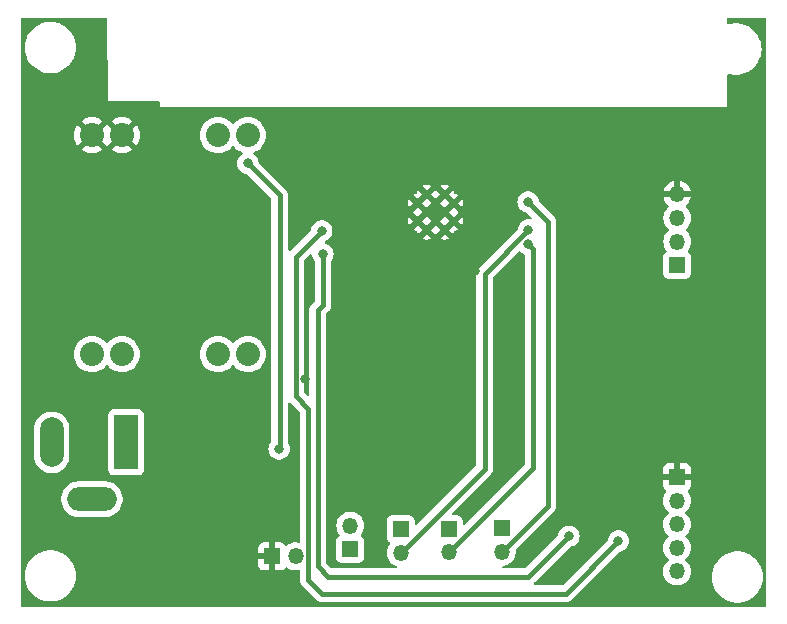
<source format=gbr>
%TF.GenerationSoftware,KiCad,Pcbnew,7.0.1*%
%TF.CreationDate,2023-03-21T16:33:25+01:00*%
%TF.ProjectId,Laserdinges,4c617365-7264-4696-9e67-65732e6b6963,rev?*%
%TF.SameCoordinates,Original*%
%TF.FileFunction,Copper,L2,Bot*%
%TF.FilePolarity,Positive*%
%FSLAX46Y46*%
G04 Gerber Fmt 4.6, Leading zero omitted, Abs format (unit mm)*
G04 Created by KiCad (PCBNEW 7.0.1) date 2023-03-21 16:33:25*
%MOMM*%
%LPD*%
G01*
G04 APERTURE LIST*
%TA.AperFunction,HeatsinkPad*%
%ADD10C,0.600000*%
%TD*%
%TA.AperFunction,ComponentPad*%
%ADD11O,1.350000X1.350000*%
%TD*%
%TA.AperFunction,ComponentPad*%
%ADD12R,1.350000X1.350000*%
%TD*%
%TA.AperFunction,ComponentPad*%
%ADD13R,2.000000X4.600000*%
%TD*%
%TA.AperFunction,ComponentPad*%
%ADD14O,2.000000X4.200000*%
%TD*%
%TA.AperFunction,ComponentPad*%
%ADD15O,4.200000X2.000000*%
%TD*%
%TA.AperFunction,ComponentPad*%
%ADD16C,2.032000*%
%TD*%
%TA.AperFunction,ViaPad*%
%ADD17C,0.800000*%
%TD*%
%TA.AperFunction,Conductor*%
%ADD18C,0.406400*%
%TD*%
G04 APERTURE END LIST*
D10*
%TO.P,U1,39,GND*%
%TO.N,GND*%
X111603400Y-71210100D03*
X113890900Y-73497600D03*
X113890900Y-70447600D03*
X111603400Y-72735100D03*
X112365900Y-73497600D03*
X112365900Y-70447600D03*
X114653400Y-71210100D03*
X113128400Y-72735100D03*
X113890900Y-71972600D03*
X112365900Y-71972600D03*
X114653400Y-72735100D03*
X113128400Y-71210100D03*
%TD*%
D11*
%TO.P,SW3,2,B*%
%TO.N,VDD*%
X105902200Y-98511800D03*
D12*
%TO.P,SW3,1,A*%
%TO.N,Net-(SW3-A)*%
X105902200Y-100511800D03*
%TD*%
%TO.P,J1,1,Pin_1*%
%TO.N,+3.3V*%
X133588200Y-76460800D03*
D11*
%TO.P,J1,2,Pin_2*%
%TO.N,RX0*%
X133588200Y-74460800D03*
%TO.P,J1,3,Pin_3*%
%TO.N,TX0*%
X133588200Y-72460800D03*
%TO.P,J1,4,Pin_4*%
%TO.N,GND*%
X133588200Y-70460800D03*
%TD*%
D13*
%TO.P,J2,1*%
%TO.N,Net-(J2-Pad1)*%
X86928400Y-91460000D03*
D14*
%TO.P,J2,2*%
%TO.N,Net-(J2-Pad2)*%
X80628400Y-91460000D03*
D15*
%TO.P,J2,3*%
%TO.N,N/C*%
X84028400Y-96260000D03*
%TD*%
D16*
%TO.P,U4,1,IN-*%
%TO.N,Net-(J2-Pad2)*%
X84032800Y-83992400D03*
%TO.P,U4,2,IN-*%
X86572800Y-83992400D03*
%TO.P,U4,3,IN+*%
%TO.N,Net-(J2-Pad1)*%
X94700800Y-83992400D03*
%TO.P,U4,4,IN+*%
X97240800Y-83992400D03*
%TO.P,U4,5,OUT+*%
%TO.N,VDD*%
X97240800Y-65450400D03*
%TO.P,U4,6,OUT+*%
X94700800Y-65450400D03*
%TO.P,U4,7,OUT-*%
%TO.N,GND*%
X86572800Y-65450400D03*
%TO.P,U4,8,OUT-*%
X84032800Y-65450400D03*
%TD*%
D11*
%TO.P,SW4,2*%
%TO.N,GPIO19*%
X110169400Y-100791200D03*
D12*
%TO.P,SW4,1*%
%TO.N,+3.3V*%
X110169400Y-98791200D03*
%TD*%
D11*
%TO.P,SW5,2*%
%TO.N,GPIO18*%
X114233400Y-100775200D03*
D12*
%TO.P,SW5,1*%
%TO.N,+3.3V*%
X114233400Y-98775200D03*
%TD*%
D11*
%TO.P,SW6,2*%
%TO.N,GPIO21*%
X118729200Y-100724400D03*
D12*
%TO.P,SW6,1*%
%TO.N,+3.3V*%
X118729200Y-98724400D03*
%TD*%
D11*
%TO.P,U3,5,SW*%
%TO.N,unconnected-(U3-SW-Pad5)*%
X133562800Y-102394200D03*
%TO.P,U3,4,VRY*%
%TO.N,Net-(U3-VRY)*%
X133562800Y-100394200D03*
%TO.P,U3,3,VRX*%
%TO.N,Net-(U3-VRX)*%
X133562800Y-98394200D03*
%TO.P,U3,2,+5V*%
%TO.N,VDD*%
X133562800Y-96394200D03*
D12*
%TO.P,U3,1,GND*%
%TO.N,GND*%
X133562800Y-94394200D03*
%TD*%
D11*
%TO.P,U5,2,S*%
%TO.N,Net-(SW3-A)*%
X101279400Y-101112000D03*
D12*
%TO.P,U5,1,-*%
%TO.N,GND*%
X99279400Y-101112000D03*
%TD*%
D17*
%TO.N,GND*%
X111252000Y-66548000D03*
X138430000Y-97536000D03*
X92710000Y-88900000D03*
X82804000Y-92964000D03*
X80264000Y-79756000D03*
X137922000Y-65278000D03*
X128457400Y-70022400D03*
X126425400Y-71978200D03*
X128178000Y-86303800D03*
X126247600Y-78150400D03*
%TO.N,VDD*%
X97240800Y-67838000D03*
X99882400Y-92018800D03*
%TO.N,GND*%
X121675600Y-99969000D03*
X103286000Y-71444800D03*
X119135600Y-92095000D03*
%TO.N,A4*%
X103489200Y-73553000D03*
%TO.N,GND*%
X107324600Y-91942600D03*
X115528800Y-92831600D03*
X135772600Y-84119400D03*
X81289600Y-68498400D03*
X90230400Y-103372600D03*
%TO.N,GPIO18*%
X120964400Y-74670600D03*
%TO.N,GPIO21*%
X120964400Y-71114600D03*
%TO.N,GPIO19*%
X120989800Y-73476800D03*
%TO.N,A4*%
X128609800Y-99816600D03*
%TO.N,A5*%
X124418800Y-99410200D03*
%TO.N,GND*%
X102092200Y-86126000D03*
X124901400Y-84906800D03*
X113090400Y-71978200D03*
%TO.N,A5*%
X103590800Y-75508800D03*
%TO.N,GND*%
X90967000Y-75178600D03*
X116494000Y-76956600D03*
%TD*%
D18*
%TO.N,A4*%
X124164800Y-104261600D02*
X128609800Y-99816600D01*
X103489200Y-104261600D02*
X124164800Y-104261600D01*
X101289000Y-85793303D02*
X101289000Y-87573000D01*
X102362000Y-88646000D02*
X102362000Y-103134400D01*
X101301700Y-85780603D02*
X101289000Y-85793303D01*
X101301700Y-75740500D02*
X101301700Y-85780603D01*
X101289000Y-87573000D02*
X102362000Y-88646000D01*
X103489200Y-73553000D02*
X101301700Y-75740500D01*
X102362000Y-103134400D02*
X103489200Y-104261600D01*
%TO.N,VDD*%
X99933200Y-91968000D02*
X99933200Y-70530400D01*
X99933200Y-70530400D02*
X97240800Y-67838000D01*
X99882400Y-92018800D02*
X99933200Y-91968000D01*
%TO.N,GPIO18*%
X121370800Y-75077000D02*
X121370800Y-93637800D01*
X121370800Y-93637800D02*
X114233400Y-100775200D01*
X120964400Y-74670600D02*
X121370800Y-75077000D01*
%TO.N,GPIO21*%
X122615400Y-72765600D02*
X122615400Y-96838200D01*
X122615400Y-96838200D02*
X118729200Y-100724400D01*
X120964400Y-71114600D02*
X122615400Y-72765600D01*
%TO.N,GPIO19*%
X117284500Y-77182100D02*
X120989800Y-73476800D01*
X117284500Y-93676100D02*
X117284500Y-77182100D01*
X110169400Y-100791200D02*
X117284500Y-93676100D01*
%TO.N,A5*%
X103133600Y-80284000D02*
X103590800Y-79826800D01*
X104048000Y-102839200D02*
X103133600Y-101924800D01*
X103133600Y-101924800D02*
X103133600Y-80284000D01*
X120989800Y-102839200D02*
X104048000Y-102839200D01*
X103590800Y-79826800D02*
X103590800Y-75508800D01*
X124418800Y-99410200D02*
X120989800Y-102839200D01*
%TD*%
%TA.AperFunction,Conductor*%
%TO.N,GND*%
G36*
X120276244Y-75278570D02*
G01*
X120332140Y-75314180D01*
X120358529Y-75343489D01*
X120451552Y-75411073D01*
X120511670Y-75454751D01*
X120548363Y-75471088D01*
X120593536Y-75491201D01*
X120632299Y-75518343D01*
X120658071Y-75558029D01*
X120667100Y-75604480D01*
X120667100Y-93294956D01*
X120657661Y-93342409D01*
X120630781Y-93382637D01*
X115620580Y-98392837D01*
X115571217Y-98423087D01*
X115513501Y-98427629D01*
X115460014Y-98405474D01*
X115422414Y-98361451D01*
X115408899Y-98305156D01*
X115408899Y-98052330D01*
X115408899Y-98052328D01*
X115402491Y-97992717D01*
X115352196Y-97857869D01*
X115265946Y-97742654D01*
X115150731Y-97656404D01*
X115015883Y-97606109D01*
X114956273Y-97599700D01*
X114956269Y-97599700D01*
X114655443Y-97599700D01*
X114599148Y-97586185D01*
X114555125Y-97548585D01*
X114532970Y-97495098D01*
X114537512Y-97437382D01*
X114567762Y-97388019D01*
X116065397Y-95890384D01*
X117764421Y-94191359D01*
X117769841Y-94186256D01*
X117815095Y-94146166D01*
X117849437Y-94096410D01*
X117853831Y-94090438D01*
X117891136Y-94042825D01*
X117895337Y-94033489D01*
X117906364Y-94013939D01*
X117912171Y-94005527D01*
X117933604Y-93949010D01*
X117936466Y-93942102D01*
X117961271Y-93886990D01*
X117963113Y-93876936D01*
X117969140Y-93855313D01*
X117972770Y-93845743D01*
X117980057Y-93785722D01*
X117981182Y-93778333D01*
X117992074Y-93718902D01*
X117988426Y-93658586D01*
X117988200Y-93651100D01*
X117988200Y-77524944D01*
X117997639Y-77477491D01*
X118024519Y-77437263D01*
X118552605Y-76909177D01*
X120152311Y-75309469D01*
X120209992Y-75276835D01*
X120276244Y-75278570D01*
G37*
%TD.AperFunction*%
%TA.AperFunction,Conductor*%
G36*
X102615676Y-75521570D02*
G01*
X102671663Y-75561690D01*
X102697605Y-75625496D01*
X102705126Y-75697057D01*
X102763620Y-75877084D01*
X102864783Y-76052303D01*
X102864366Y-76052543D01*
X102878864Y-76076201D01*
X102887100Y-76120638D01*
X102887100Y-79483956D01*
X102877661Y-79531409D01*
X102850783Y-79571634D01*
X102655593Y-79766823D01*
X102653691Y-79768726D01*
X102648240Y-79773857D01*
X102603005Y-79813933D01*
X102568682Y-79863658D01*
X102564245Y-79869687D01*
X102526963Y-79917274D01*
X102522762Y-79926610D01*
X102511740Y-79946154D01*
X102505927Y-79954575D01*
X102484498Y-80011077D01*
X102481634Y-80017992D01*
X102456829Y-80073109D01*
X102454985Y-80083172D01*
X102448962Y-80104777D01*
X102445330Y-80114354D01*
X102438041Y-80174377D01*
X102436914Y-80181778D01*
X102426025Y-80241197D01*
X102429674Y-80301514D01*
X102429900Y-80309000D01*
X102429900Y-87419355D01*
X102416385Y-87475650D01*
X102378785Y-87519673D01*
X102325298Y-87541828D01*
X102267582Y-87537286D01*
X102218219Y-87507036D01*
X102029019Y-87317837D01*
X102002139Y-87277609D01*
X101992700Y-87230156D01*
X101992700Y-85935261D01*
X101993604Y-85920317D01*
X101997253Y-85890259D01*
X101998380Y-85882850D01*
X102009275Y-85823403D01*
X102005626Y-85763078D01*
X102005400Y-85755591D01*
X102005400Y-76083344D01*
X102014839Y-76035891D01*
X102041719Y-75995663D01*
X102058694Y-75978687D01*
X102486605Y-75550775D01*
X102546917Y-75517516D01*
X102615676Y-75521570D01*
G37*
%TD.AperFunction*%
%TA.AperFunction,Conductor*%
G36*
X85253304Y-55510376D02*
G01*
X85298594Y-55554931D01*
X85315874Y-55616068D01*
X85430000Y-62580000D01*
X89684400Y-62580000D01*
X89746400Y-62596613D01*
X89791787Y-62642000D01*
X89808400Y-62704000D01*
X89808400Y-63082600D01*
X137808400Y-63082600D01*
X137808400Y-60377173D01*
X137821344Y-60322013D01*
X137857475Y-60278369D01*
X137909248Y-60255354D01*
X137965853Y-60257770D01*
X138103155Y-60296241D01*
X138397346Y-60336677D01*
X138694302Y-60336677D01*
X138988493Y-60296241D01*
X139274438Y-60216123D01*
X139546810Y-60097815D01*
X139800536Y-59943521D01*
X140030888Y-59756116D01*
X140233577Y-59539089D01*
X140404826Y-59296484D01*
X140541446Y-59032821D01*
X140640890Y-58753010D01*
X140701308Y-58462264D01*
X140721573Y-58166000D01*
X140701308Y-57869736D01*
X140662373Y-57682374D01*
X140640890Y-57578989D01*
X140541447Y-57299182D01*
X140541446Y-57299179D01*
X140404826Y-57035516D01*
X140404824Y-57035512D01*
X140233578Y-56792911D01*
X140030888Y-56575884D01*
X139800536Y-56388479D01*
X139546810Y-56234185D01*
X139274438Y-56115877D01*
X139125794Y-56074229D01*
X138988491Y-56035758D01*
X138694302Y-55995323D01*
X138397346Y-55995323D01*
X138103156Y-56035758D01*
X138011573Y-56061418D01*
X137965853Y-56074229D01*
X137909248Y-56076646D01*
X137857475Y-56053631D01*
X137821344Y-56009987D01*
X137808400Y-55954827D01*
X137808400Y-55618100D01*
X137825013Y-55556100D01*
X137870400Y-55510713D01*
X137932400Y-55494100D01*
X141007500Y-55494100D01*
X141069500Y-55510713D01*
X141114887Y-55556100D01*
X141131500Y-55618100D01*
X141131500Y-105254700D01*
X141114887Y-105316700D01*
X141069500Y-105362087D01*
X141007500Y-105378700D01*
X78162900Y-105378700D01*
X78100900Y-105362087D01*
X78055513Y-105316700D01*
X78038900Y-105254700D01*
X78038900Y-102754175D01*
X78342250Y-102754175D01*
X78362516Y-103050442D01*
X78422933Y-103341186D01*
X78522376Y-103620993D01*
X78658999Y-103884663D01*
X78830245Y-104127264D01*
X79028791Y-104339854D01*
X79032936Y-104344292D01*
X79263288Y-104531697D01*
X79517014Y-104685991D01*
X79789386Y-104804299D01*
X80075331Y-104884417D01*
X80369522Y-104924853D01*
X80666478Y-104924853D01*
X80960669Y-104884417D01*
X81246614Y-104804299D01*
X81518986Y-104685991D01*
X81772712Y-104531697D01*
X82003064Y-104344292D01*
X82205753Y-104127265D01*
X82377002Y-103884660D01*
X82513622Y-103620997D01*
X82613066Y-103341186D01*
X82673484Y-103050440D01*
X82693749Y-102754176D01*
X82673484Y-102457912D01*
X82615167Y-102177277D01*
X82613066Y-102167165D01*
X82513623Y-101887358D01*
X82513622Y-101887355D01*
X82377002Y-101623692D01*
X82377000Y-101623688D01*
X82205754Y-101381087D01*
X82187928Y-101362000D01*
X98104400Y-101362000D01*
X98104400Y-101834824D01*
X98110802Y-101894375D01*
X98161047Y-102029089D01*
X98247211Y-102144188D01*
X98362310Y-102230352D01*
X98497024Y-102280597D01*
X98556576Y-102287000D01*
X99029400Y-102287000D01*
X99029400Y-101362000D01*
X98104400Y-101362000D01*
X82187928Y-101362000D01*
X82003064Y-101164060D01*
X81986835Y-101150857D01*
X81772712Y-100976655D01*
X81584170Y-100862000D01*
X98104400Y-100862000D01*
X99029400Y-100862000D01*
X99029400Y-99937000D01*
X98556576Y-99937000D01*
X98497024Y-99943402D01*
X98362310Y-99993647D01*
X98247211Y-100079811D01*
X98161047Y-100194910D01*
X98110802Y-100329624D01*
X98104400Y-100389176D01*
X98104400Y-100862000D01*
X81584170Y-100862000D01*
X81518986Y-100822361D01*
X81246614Y-100704053D01*
X81101971Y-100663526D01*
X80960667Y-100623934D01*
X80666478Y-100583499D01*
X80369522Y-100583499D01*
X80075332Y-100623934D01*
X79883291Y-100677742D01*
X79789386Y-100704053D01*
X79789384Y-100704053D01*
X79789383Y-100704054D01*
X79517013Y-100822361D01*
X79263289Y-100976654D01*
X79032935Y-101164060D01*
X78830245Y-101381087D01*
X78658999Y-101623688D01*
X78522376Y-101887358D01*
X78422933Y-102167165D01*
X78362516Y-102457909D01*
X78342250Y-102754175D01*
X78038900Y-102754175D01*
X78038900Y-96384335D01*
X81427900Y-96384335D01*
X81468829Y-96629614D01*
X81549572Y-96864810D01*
X81667926Y-97083509D01*
X81667929Y-97083514D01*
X81762427Y-97204924D01*
X81820662Y-97279744D01*
X82003615Y-97448164D01*
X82211793Y-97584173D01*
X82439519Y-97684063D01*
X82680579Y-97745108D01*
X82754880Y-97751264D01*
X82866327Y-97760500D01*
X82866333Y-97760500D01*
X85190467Y-97760500D01*
X85190473Y-97760500D01*
X85291787Y-97752104D01*
X85376221Y-97745108D01*
X85617281Y-97684063D01*
X85845007Y-97584173D01*
X86053185Y-97448164D01*
X86236138Y-97279744D01*
X86388874Y-97083509D01*
X86507228Y-96864810D01*
X86587971Y-96629614D01*
X86628900Y-96384335D01*
X86628900Y-96135665D01*
X86587971Y-95890386D01*
X86507228Y-95655190D01*
X86388874Y-95436491D01*
X86388871Y-95436487D01*
X86388870Y-95436485D01*
X86236140Y-95240259D01*
X86236138Y-95240256D01*
X86053185Y-95071836D01*
X85845007Y-94935827D01*
X85845004Y-94935825D01*
X85719923Y-94880960D01*
X85617281Y-94835937D01*
X85376221Y-94774892D01*
X85376219Y-94774891D01*
X85376216Y-94774891D01*
X85190473Y-94759500D01*
X85190467Y-94759500D01*
X82866333Y-94759500D01*
X82866327Y-94759500D01*
X82680583Y-94774891D01*
X82680579Y-94774891D01*
X82680579Y-94774892D01*
X82439519Y-94835937D01*
X82439516Y-94835938D01*
X82439517Y-94835938D01*
X82211795Y-94935825D01*
X82073007Y-95026499D01*
X82003615Y-95071836D01*
X82003613Y-95071837D01*
X82003614Y-95071837D01*
X81820659Y-95240259D01*
X81667929Y-95436485D01*
X81549570Y-95655194D01*
X81468829Y-95890384D01*
X81468829Y-95890386D01*
X81427900Y-96135665D01*
X81427900Y-96384335D01*
X78038900Y-96384335D01*
X78038900Y-92622073D01*
X79127900Y-92622073D01*
X79143291Y-92807816D01*
X79143291Y-92807819D01*
X79143292Y-92807821D01*
X79204337Y-93048881D01*
X79249360Y-93151523D01*
X79304225Y-93276604D01*
X79304227Y-93276607D01*
X79440236Y-93484785D01*
X79608656Y-93667738D01*
X79608659Y-93667740D01*
X79804885Y-93820470D01*
X79804887Y-93820471D01*
X79804891Y-93820474D01*
X80023590Y-93938828D01*
X80258786Y-94019571D01*
X80504065Y-94060500D01*
X80752735Y-94060500D01*
X80998014Y-94019571D01*
X81233210Y-93938828D01*
X81451909Y-93820474D01*
X81468104Y-93807869D01*
X85427900Y-93807869D01*
X85434309Y-93867484D01*
X85459456Y-93934906D01*
X85484604Y-94002331D01*
X85570854Y-94117546D01*
X85686069Y-94203796D01*
X85820917Y-94254091D01*
X85880527Y-94260500D01*
X87976272Y-94260499D01*
X88035883Y-94254091D01*
X88170731Y-94203796D01*
X88285946Y-94117546D01*
X88372196Y-94002331D01*
X88422491Y-93867483D01*
X88428900Y-93807873D01*
X88428899Y-89112128D01*
X88422491Y-89052517D01*
X88372196Y-88917669D01*
X88285946Y-88802454D01*
X88170731Y-88716204D01*
X88035883Y-88665909D01*
X87976273Y-88659500D01*
X87976269Y-88659500D01*
X85880530Y-88659500D01*
X85820915Y-88665909D01*
X85686069Y-88716204D01*
X85570854Y-88802454D01*
X85484604Y-88917668D01*
X85434309Y-89052515D01*
X85434309Y-89052517D01*
X85429255Y-89099529D01*
X85427900Y-89112130D01*
X85427900Y-93807869D01*
X81468104Y-93807869D01*
X81648144Y-93667738D01*
X81816564Y-93484785D01*
X81952573Y-93276607D01*
X82052463Y-93048881D01*
X82113508Y-92807821D01*
X82128900Y-92622067D01*
X82128900Y-90297933D01*
X82113508Y-90112179D01*
X82052463Y-89871119D01*
X81952573Y-89643393D01*
X81816564Y-89435215D01*
X81648144Y-89252262D01*
X81626012Y-89235036D01*
X81451914Y-89099529D01*
X81451910Y-89099526D01*
X81451909Y-89099526D01*
X81233210Y-88981172D01*
X81233206Y-88981170D01*
X81233205Y-88981170D01*
X80998015Y-88900429D01*
X80752735Y-88859500D01*
X80504065Y-88859500D01*
X80258784Y-88900429D01*
X80023594Y-88981170D01*
X79804885Y-89099529D01*
X79608659Y-89252259D01*
X79440237Y-89435214D01*
X79304225Y-89643395D01*
X79204338Y-89871117D01*
X79143291Y-90112183D01*
X79127900Y-90297927D01*
X79127900Y-92622073D01*
X78038900Y-92622073D01*
X78038900Y-83992399D01*
X82511611Y-83992399D01*
X82530339Y-84230367D01*
X82586062Y-84462473D01*
X82677409Y-84683001D01*
X82802134Y-84886535D01*
X82863673Y-84958588D01*
X82957157Y-85068043D01*
X83138668Y-85223068D01*
X83342195Y-85347789D01*
X83423662Y-85381534D01*
X83562726Y-85439137D01*
X83636054Y-85456741D01*
X83794834Y-85494861D01*
X84032800Y-85513589D01*
X84270766Y-85494861D01*
X84502873Y-85439137D01*
X84723405Y-85347789D01*
X84926932Y-85223068D01*
X85108443Y-85068043D01*
X85208511Y-84950877D01*
X85250886Y-84918801D01*
X85302800Y-84907411D01*
X85354714Y-84918801D01*
X85397088Y-84950877D01*
X85497157Y-85068043D01*
X85678668Y-85223068D01*
X85882195Y-85347789D01*
X85963662Y-85381534D01*
X86102726Y-85439137D01*
X86176054Y-85456741D01*
X86334834Y-85494861D01*
X86572800Y-85513589D01*
X86810766Y-85494861D01*
X87042873Y-85439137D01*
X87263405Y-85347789D01*
X87466932Y-85223068D01*
X87648443Y-85068043D01*
X87803468Y-84886532D01*
X87928189Y-84683005D01*
X88019537Y-84462473D01*
X88075261Y-84230366D01*
X88093989Y-83992400D01*
X88093989Y-83992399D01*
X93179611Y-83992399D01*
X93198339Y-84230367D01*
X93254062Y-84462473D01*
X93345409Y-84683001D01*
X93470134Y-84886535D01*
X93531673Y-84958588D01*
X93625157Y-85068043D01*
X93806668Y-85223068D01*
X94010195Y-85347789D01*
X94091662Y-85381534D01*
X94230726Y-85439137D01*
X94304054Y-85456741D01*
X94462834Y-85494861D01*
X94700800Y-85513589D01*
X94938766Y-85494861D01*
X95170873Y-85439137D01*
X95391405Y-85347789D01*
X95594932Y-85223068D01*
X95776443Y-85068043D01*
X95876511Y-84950877D01*
X95918886Y-84918801D01*
X95970800Y-84907411D01*
X96022714Y-84918801D01*
X96065088Y-84950877D01*
X96165157Y-85068043D01*
X96346668Y-85223068D01*
X96550195Y-85347789D01*
X96631662Y-85381534D01*
X96770726Y-85439137D01*
X96844054Y-85456741D01*
X97002834Y-85494861D01*
X97240800Y-85513589D01*
X97478766Y-85494861D01*
X97710873Y-85439137D01*
X97931405Y-85347789D01*
X98134932Y-85223068D01*
X98316443Y-85068043D01*
X98471468Y-84886532D01*
X98596189Y-84683005D01*
X98687537Y-84462473D01*
X98743261Y-84230366D01*
X98761989Y-83992400D01*
X98743261Y-83754434D01*
X98687537Y-83522327D01*
X98596189Y-83301795D01*
X98471468Y-83098268D01*
X98316443Y-82916757D01*
X98206988Y-82823273D01*
X98134935Y-82761734D01*
X98134932Y-82761732D01*
X97931405Y-82637011D01*
X97931402Y-82637010D01*
X97931401Y-82637009D01*
X97710873Y-82545662D01*
X97478767Y-82489939D01*
X97240800Y-82471211D01*
X97002832Y-82489939D01*
X96770726Y-82545662D01*
X96550198Y-82637009D01*
X96346664Y-82761734D01*
X96165157Y-82916757D01*
X96065090Y-83033920D01*
X96022714Y-83065998D01*
X95970800Y-83077388D01*
X95918886Y-83065998D01*
X95876510Y-83033920D01*
X95849483Y-83002276D01*
X95776443Y-82916757D01*
X95666988Y-82823273D01*
X95594935Y-82761734D01*
X95594932Y-82761732D01*
X95391405Y-82637011D01*
X95391402Y-82637010D01*
X95391401Y-82637009D01*
X95170873Y-82545662D01*
X94938767Y-82489939D01*
X94700800Y-82471211D01*
X94462832Y-82489939D01*
X94230726Y-82545662D01*
X94010198Y-82637009D01*
X93806664Y-82761734D01*
X93625157Y-82916757D01*
X93470134Y-83098264D01*
X93345409Y-83301798D01*
X93254062Y-83522326D01*
X93198339Y-83754432D01*
X93179611Y-83992399D01*
X88093989Y-83992399D01*
X88075261Y-83754434D01*
X88019537Y-83522327D01*
X87928189Y-83301795D01*
X87803468Y-83098268D01*
X87648443Y-82916757D01*
X87538988Y-82823273D01*
X87466935Y-82761734D01*
X87466932Y-82761732D01*
X87263405Y-82637011D01*
X87263402Y-82637010D01*
X87263401Y-82637009D01*
X87042873Y-82545662D01*
X86810767Y-82489939D01*
X86572800Y-82471211D01*
X86334832Y-82489939D01*
X86102726Y-82545662D01*
X85882198Y-82637009D01*
X85678664Y-82761734D01*
X85497157Y-82916757D01*
X85397090Y-83033920D01*
X85354714Y-83065998D01*
X85302800Y-83077388D01*
X85250886Y-83065998D01*
X85208510Y-83033920D01*
X85181483Y-83002276D01*
X85108443Y-82916757D01*
X84998988Y-82823273D01*
X84926935Y-82761734D01*
X84926932Y-82761732D01*
X84723405Y-82637011D01*
X84723402Y-82637010D01*
X84723401Y-82637009D01*
X84502873Y-82545662D01*
X84270767Y-82489939D01*
X84032800Y-82471211D01*
X83794832Y-82489939D01*
X83562726Y-82545662D01*
X83342198Y-82637009D01*
X83138664Y-82761734D01*
X82957157Y-82916757D01*
X82802134Y-83098264D01*
X82677409Y-83301798D01*
X82586062Y-83522326D01*
X82530339Y-83754432D01*
X82511611Y-83992399D01*
X78038900Y-83992399D01*
X78038900Y-66687169D01*
X83149582Y-66687169D01*
X83342420Y-66805341D01*
X83562881Y-66896660D01*
X83794910Y-66952365D01*
X84032800Y-66971087D01*
X84270689Y-66952365D01*
X84502718Y-66896660D01*
X84723179Y-66805342D01*
X84916015Y-66687170D01*
X84916016Y-66687169D01*
X85689582Y-66687169D01*
X85882420Y-66805341D01*
X86102881Y-66896660D01*
X86334910Y-66952365D01*
X86572800Y-66971087D01*
X86810689Y-66952365D01*
X87042718Y-66896660D01*
X87263179Y-66805342D01*
X87456015Y-66687170D01*
X87456016Y-66687169D01*
X86572801Y-65803953D01*
X86572800Y-65803953D01*
X85689582Y-66687169D01*
X84916016Y-66687169D01*
X84032801Y-65803953D01*
X84032800Y-65803953D01*
X83149582Y-66687169D01*
X78038900Y-66687169D01*
X78038900Y-65450400D01*
X82512112Y-65450400D01*
X82530834Y-65688289D01*
X82586539Y-65920318D01*
X82677858Y-66140779D01*
X82796029Y-66333616D01*
X83679246Y-65450401D01*
X84386353Y-65450401D01*
X85269569Y-66333615D01*
X85288226Y-66331407D01*
X85317376Y-66331408D01*
X85336029Y-66333616D01*
X86219246Y-65450401D01*
X86926353Y-65450401D01*
X87809569Y-66333616D01*
X87809570Y-66333615D01*
X87927742Y-66140779D01*
X88019060Y-65920318D01*
X88074765Y-65688289D01*
X88093487Y-65450400D01*
X88093487Y-65450399D01*
X93179611Y-65450399D01*
X93198339Y-65688367D01*
X93254062Y-65920473D01*
X93345409Y-66141001D01*
X93470134Y-66344535D01*
X93531673Y-66416588D01*
X93625157Y-66526043D01*
X93806668Y-66681068D01*
X94010195Y-66805789D01*
X94091662Y-66839534D01*
X94230726Y-66897137D01*
X94299304Y-66913601D01*
X94462834Y-66952861D01*
X94700800Y-66971589D01*
X94938766Y-66952861D01*
X95170873Y-66897137D01*
X95391405Y-66805789D01*
X95594932Y-66681068D01*
X95776443Y-66526043D01*
X95876511Y-66408877D01*
X95918886Y-66376801D01*
X95970800Y-66365411D01*
X96022714Y-66376801D01*
X96065088Y-66408877D01*
X96165157Y-66526043D01*
X96346668Y-66681068D01*
X96550195Y-66805789D01*
X96714585Y-66873882D01*
X96765999Y-66913601D01*
X96790271Y-66973867D01*
X96780739Y-67038134D01*
X96740017Y-67088760D01*
X96634928Y-67165112D01*
X96508266Y-67305783D01*
X96413620Y-67469715D01*
X96355126Y-67649742D01*
X96335340Y-67838000D01*
X96355126Y-68026257D01*
X96413620Y-68206284D01*
X96508266Y-68370216D01*
X96634929Y-68510889D01*
X96788069Y-68622151D01*
X96903968Y-68673752D01*
X96960997Y-68699144D01*
X97110186Y-68730854D01*
X97143566Y-68743169D01*
X97172080Y-68764462D01*
X99193181Y-70785563D01*
X99220061Y-70825791D01*
X99229500Y-70873244D01*
X99229500Y-91350544D01*
X99221264Y-91394982D01*
X99197649Y-91433517D01*
X99149866Y-91486583D01*
X99055220Y-91650515D01*
X98996726Y-91830542D01*
X98976940Y-92018800D01*
X98996726Y-92207057D01*
X99055220Y-92387084D01*
X99149866Y-92551016D01*
X99276529Y-92691689D01*
X99429669Y-92802951D01*
X99602597Y-92879944D01*
X99787752Y-92919300D01*
X99787754Y-92919300D01*
X99977046Y-92919300D01*
X99977048Y-92919300D01*
X100100483Y-92893062D01*
X100162203Y-92879944D01*
X100335130Y-92802951D01*
X100488271Y-92691688D01*
X100614933Y-92551016D01*
X100709579Y-92387084D01*
X100768074Y-92207056D01*
X100787860Y-92018800D01*
X100768074Y-91830544D01*
X100709579Y-91650516D01*
X100709579Y-91650515D01*
X100653513Y-91553406D01*
X100636900Y-91491406D01*
X100636900Y-88215444D01*
X100650415Y-88159149D01*
X100688015Y-88115126D01*
X100741502Y-88092971D01*
X100799218Y-88097513D01*
X100848581Y-88127763D01*
X101621981Y-88901164D01*
X101648861Y-88941392D01*
X101658300Y-88988845D01*
X101658300Y-99837639D01*
X101646547Y-99890332D01*
X101613517Y-99933036D01*
X101565471Y-99957657D01*
X101511515Y-99959527D01*
X101388326Y-99936500D01*
X101170474Y-99936500D01*
X100956331Y-99976530D01*
X100956326Y-99976531D01*
X100753194Y-100055225D01*
X100567965Y-100169914D01*
X100556615Y-100180261D01*
X100495691Y-100210542D01*
X100427961Y-100204121D01*
X100373813Y-100162932D01*
X100311588Y-100079811D01*
X100196489Y-99993647D01*
X100061775Y-99943402D01*
X100002224Y-99937000D01*
X99529400Y-99937000D01*
X99529400Y-102287000D01*
X100002224Y-102287000D01*
X100061775Y-102280597D01*
X100196489Y-102230352D01*
X100311588Y-102144188D01*
X100373813Y-102061068D01*
X100427962Y-102019878D01*
X100495693Y-102013458D01*
X100556617Y-102043741D01*
X100566812Y-102053034D01*
X100567968Y-102054088D01*
X100640796Y-102099181D01*
X100753191Y-102168773D01*
X100912145Y-102230352D01*
X100956331Y-102247470D01*
X101170474Y-102287500D01*
X101388324Y-102287500D01*
X101388326Y-102287500D01*
X101511515Y-102264472D01*
X101565471Y-102266343D01*
X101613517Y-102290964D01*
X101646547Y-102333668D01*
X101658300Y-102386361D01*
X101658300Y-103109400D01*
X101658074Y-103116886D01*
X101654425Y-103177200D01*
X101665315Y-103236622D01*
X101666442Y-103244025D01*
X101673730Y-103304042D01*
X101677360Y-103313614D01*
X101683387Y-103335233D01*
X101685230Y-103345291D01*
X101710028Y-103400391D01*
X101712893Y-103407308D01*
X101734328Y-103463826D01*
X101740139Y-103472244D01*
X101751165Y-103491795D01*
X101755364Y-103501126D01*
X101792647Y-103548713D01*
X101797087Y-103554747D01*
X101831406Y-103604467D01*
X101876630Y-103644532D01*
X101882084Y-103649666D01*
X102973924Y-104741506D01*
X102979058Y-104746959D01*
X103019134Y-104792195D01*
X103068884Y-104826534D01*
X103074882Y-104830948D01*
X103122476Y-104868236D01*
X103131813Y-104872438D01*
X103151351Y-104883458D01*
X103159770Y-104889269D01*
X103159773Y-104889271D01*
X103216308Y-104910711D01*
X103223185Y-104913560D01*
X103237766Y-104920123D01*
X103278309Y-104938371D01*
X103284999Y-104939596D01*
X103288364Y-104940213D01*
X103309992Y-104946242D01*
X103319557Y-104949870D01*
X103367481Y-104955688D01*
X103379549Y-104957154D01*
X103386955Y-104958281D01*
X103389456Y-104958739D01*
X103446400Y-104969175D01*
X103506724Y-104965526D01*
X103514212Y-104965300D01*
X124139800Y-104965300D01*
X124147285Y-104965525D01*
X124207600Y-104969174D01*
X124267058Y-104958277D01*
X124274422Y-104957157D01*
X124334443Y-104949870D01*
X124344008Y-104946241D01*
X124365636Y-104940211D01*
X124375690Y-104938370D01*
X124375691Y-104938369D01*
X124375693Y-104938369D01*
X124430799Y-104913568D01*
X124437713Y-104910703D01*
X124494227Y-104889271D01*
X124502639Y-104883463D01*
X124522194Y-104872434D01*
X124531525Y-104868236D01*
X124579138Y-104830931D01*
X124585110Y-104826537D01*
X124634866Y-104792195D01*
X124674956Y-104746941D01*
X124680059Y-104741521D01*
X127027380Y-102394200D01*
X132382264Y-102394200D01*
X132402364Y-102611125D01*
X132461981Y-102820657D01*
X132559087Y-103015671D01*
X132690373Y-103189523D01*
X132815996Y-103304042D01*
X132851368Y-103336288D01*
X132905484Y-103369795D01*
X133036591Y-103450973D01*
X133204370Y-103515971D01*
X133239731Y-103529670D01*
X133453874Y-103569700D01*
X133671724Y-103569700D01*
X133671726Y-103569700D01*
X133885869Y-103529670D01*
X134034101Y-103472244D01*
X134089008Y-103450973D01*
X134097305Y-103445836D01*
X134274232Y-103336288D01*
X134435227Y-103189522D01*
X134566512Y-103015672D01*
X134639048Y-102870000D01*
X136508250Y-102870000D01*
X136528516Y-103166266D01*
X136588933Y-103457010D01*
X136688376Y-103736817D01*
X136824999Y-104000487D01*
X136996245Y-104243088D01*
X137194791Y-104455678D01*
X137198936Y-104460116D01*
X137429288Y-104647521D01*
X137683014Y-104801815D01*
X137955386Y-104920123D01*
X138241331Y-105000241D01*
X138535522Y-105040677D01*
X138832478Y-105040677D01*
X139126669Y-105000241D01*
X139412614Y-104920123D01*
X139684986Y-104801815D01*
X139938712Y-104647521D01*
X140169064Y-104460116D01*
X140371753Y-104243089D01*
X140453511Y-104127265D01*
X140543000Y-104000487D01*
X140543002Y-104000484D01*
X140679622Y-103736821D01*
X140779066Y-103457010D01*
X140839484Y-103166264D01*
X140859749Y-102870000D01*
X140839484Y-102573736D01*
X140779899Y-102287000D01*
X140779066Y-102282989D01*
X140679623Y-102003182D01*
X140679622Y-102003179D01*
X140543002Y-101739516D01*
X140543000Y-101739512D01*
X140371754Y-101496911D01*
X140169064Y-101279884D01*
X140092579Y-101217659D01*
X139938712Y-101092479D01*
X139684986Y-100938185D01*
X139412614Y-100819877D01*
X139253156Y-100775199D01*
X139126667Y-100739758D01*
X138832478Y-100699323D01*
X138535522Y-100699323D01*
X138241332Y-100739758D01*
X138007235Y-100805349D01*
X137955386Y-100819877D01*
X137955384Y-100819877D01*
X137955383Y-100819878D01*
X137683013Y-100938185D01*
X137429289Y-101092478D01*
X137198935Y-101279884D01*
X136996245Y-101496911D01*
X136824999Y-101739512D01*
X136688376Y-102003182D01*
X136588933Y-102282989D01*
X136528516Y-102573733D01*
X136508250Y-102870000D01*
X134639048Y-102870000D01*
X134663617Y-102820659D01*
X134682533Y-102754176D01*
X134723235Y-102611125D01*
X134726700Y-102573733D01*
X134743336Y-102394200D01*
X134723235Y-102177277D01*
X134723235Y-102177274D01*
X134663618Y-101967742D01*
X134566512Y-101772728D01*
X134435226Y-101598876D01*
X134311227Y-101485837D01*
X134275499Y-101428134D01*
X134275499Y-101360266D01*
X134311227Y-101302563D01*
X134435226Y-101189523D01*
X134435229Y-101189519D01*
X134566512Y-101015672D01*
X134663617Y-100820659D01*
X134663618Y-100820657D01*
X134723235Y-100611125D01*
X134728457Y-100554765D01*
X134743336Y-100394200D01*
X134727949Y-100228148D01*
X134723235Y-100177274D01*
X134663618Y-99967742D01*
X134566512Y-99772728D01*
X134435226Y-99598876D01*
X134311227Y-99485836D01*
X134275498Y-99428133D01*
X134275499Y-99360264D01*
X134311224Y-99302564D01*
X134435227Y-99189522D01*
X134566512Y-99015672D01*
X134663617Y-98820659D01*
X134683880Y-98749442D01*
X134723235Y-98611125D01*
X134728986Y-98549055D01*
X134743336Y-98394200D01*
X134723235Y-98177277D01*
X134723235Y-98177274D01*
X134663618Y-97967742D01*
X134566512Y-97772728D01*
X134435226Y-97598876D01*
X134311227Y-97485837D01*
X134275499Y-97428134D01*
X134275499Y-97360266D01*
X134311227Y-97302563D01*
X134435226Y-97189523D01*
X134451762Y-97167626D01*
X134566512Y-97015672D01*
X134663617Y-96820659D01*
X134664673Y-96816949D01*
X134723235Y-96611125D01*
X134733962Y-96495356D01*
X134743336Y-96394200D01*
X134723235Y-96177277D01*
X134723235Y-96177274D01*
X134663618Y-95967742D01*
X134566512Y-95772728D01*
X134484751Y-95664459D01*
X134460624Y-95604798D01*
X134469648Y-95541079D01*
X134509394Y-95490465D01*
X134594988Y-95426388D01*
X134681152Y-95311289D01*
X134731397Y-95176575D01*
X134737800Y-95117024D01*
X134737800Y-94644200D01*
X132387800Y-94644200D01*
X132387800Y-95117024D01*
X132394202Y-95176575D01*
X132444447Y-95311289D01*
X132530610Y-95426388D01*
X132616205Y-95490464D01*
X132655950Y-95541078D01*
X132664975Y-95604796D01*
X132640849Y-95664457D01*
X132559087Y-95772729D01*
X132461981Y-95967742D01*
X132402364Y-96177274D01*
X132382264Y-96394200D01*
X132402364Y-96611125D01*
X132461981Y-96820657D01*
X132559087Y-97015671D01*
X132690373Y-97189523D01*
X132814372Y-97302563D01*
X132850100Y-97360266D01*
X132850100Y-97428134D01*
X132814372Y-97485837D01*
X132690373Y-97598876D01*
X132559087Y-97772728D01*
X132461981Y-97967742D01*
X132402364Y-98177274D01*
X132382264Y-98394200D01*
X132402364Y-98611125D01*
X132461981Y-98820657D01*
X132559087Y-99015671D01*
X132690373Y-99189523D01*
X132814372Y-99302562D01*
X132850100Y-99360264D01*
X132850101Y-99428133D01*
X132814373Y-99485836D01*
X132690371Y-99598879D01*
X132559087Y-99772728D01*
X132461981Y-99967742D01*
X132402364Y-100177274D01*
X132382264Y-100394200D01*
X132402364Y-100611125D01*
X132461981Y-100820657D01*
X132559087Y-101015671D01*
X132559088Y-101015672D01*
X132690373Y-101189522D01*
X132814375Y-101302564D01*
X132850101Y-101360264D01*
X132850102Y-101428133D01*
X132814373Y-101485836D01*
X132690373Y-101598876D01*
X132559087Y-101772728D01*
X132461981Y-101967742D01*
X132402364Y-102177274D01*
X132382264Y-102394200D01*
X127027380Y-102394200D01*
X128678521Y-100743059D01*
X128707032Y-100721769D01*
X128740409Y-100709455D01*
X128889603Y-100677744D01*
X129062530Y-100600751D01*
X129090537Y-100580403D01*
X129215670Y-100489489D01*
X129342333Y-100348816D01*
X129436979Y-100184884D01*
X129441844Y-100169912D01*
X129495474Y-100004856D01*
X129515260Y-99816600D01*
X129495474Y-99628344D01*
X129449170Y-99485836D01*
X129436979Y-99448315D01*
X129342333Y-99284383D01*
X129215670Y-99143710D01*
X129062530Y-99032448D01*
X128889602Y-98955455D01*
X128704448Y-98916100D01*
X128704446Y-98916100D01*
X128515154Y-98916100D01*
X128515152Y-98916100D01*
X128329997Y-98955455D01*
X128157069Y-99032448D01*
X128003929Y-99143710D01*
X127877266Y-99284383D01*
X127782620Y-99448315D01*
X127724126Y-99628342D01*
X127719467Y-99672671D01*
X127708066Y-99713092D01*
X127683827Y-99747389D01*
X123909637Y-103521581D01*
X123869409Y-103548461D01*
X123821956Y-103557900D01*
X121568736Y-103557900D01*
X121513781Y-103545057D01*
X121470209Y-103509189D01*
X121447046Y-103457725D01*
X121449091Y-103401326D01*
X121475918Y-103351675D01*
X121499956Y-103324541D01*
X121505059Y-103319121D01*
X124487521Y-100336659D01*
X124516032Y-100315369D01*
X124549409Y-100303055D01*
X124698603Y-100271344D01*
X124871530Y-100194351D01*
X124927447Y-100153725D01*
X125024670Y-100083089D01*
X125043788Y-100061857D01*
X125151333Y-99942416D01*
X125245979Y-99778484D01*
X125304474Y-99598456D01*
X125324260Y-99410200D01*
X125304474Y-99221944D01*
X125263852Y-99096924D01*
X125245979Y-99041915D01*
X125151333Y-98877983D01*
X125024670Y-98737310D01*
X124871530Y-98626048D01*
X124698602Y-98549055D01*
X124513448Y-98509700D01*
X124513446Y-98509700D01*
X124324154Y-98509700D01*
X124324152Y-98509700D01*
X124138997Y-98549055D01*
X123966069Y-98626048D01*
X123812929Y-98737310D01*
X123686266Y-98877983D01*
X123591620Y-99041915D01*
X123533126Y-99221942D01*
X123528467Y-99266271D01*
X123517066Y-99306692D01*
X123492827Y-99340989D01*
X120734637Y-102099181D01*
X120694409Y-102126061D01*
X120646956Y-102135500D01*
X118915950Y-102135500D01*
X118857286Y-102120746D01*
X118812583Y-102079993D01*
X118792479Y-102022941D01*
X118801758Y-101963167D01*
X118838211Y-101914894D01*
X118893163Y-101889611D01*
X119052269Y-101859870D01*
X119187696Y-101807404D01*
X119255408Y-101781173D01*
X119255410Y-101781172D01*
X119440632Y-101666488D01*
X119601627Y-101519722D01*
X119732912Y-101345872D01*
X119830017Y-101150859D01*
X119830018Y-101150857D01*
X119889635Y-100941325D01*
X119900159Y-100827752D01*
X119909736Y-100724400D01*
X119899387Y-100612725D01*
X119906228Y-100559173D01*
X119935175Y-100513605D01*
X123095322Y-97353458D01*
X123100760Y-97348340D01*
X123113313Y-97337219D01*
X123145995Y-97308266D01*
X123180344Y-97258500D01*
X123184734Y-97252534D01*
X123222036Y-97204924D01*
X123226233Y-97195598D01*
X123237258Y-97176047D01*
X123243071Y-97167627D01*
X123264508Y-97111097D01*
X123267358Y-97104218D01*
X123292171Y-97049090D01*
X123294013Y-97039035D01*
X123300040Y-97017413D01*
X123303670Y-97007843D01*
X123310957Y-96947822D01*
X123312082Y-96940433D01*
X123322974Y-96881002D01*
X123319326Y-96820686D01*
X123319100Y-96813200D01*
X123319100Y-94144200D01*
X132387800Y-94144200D01*
X133312800Y-94144200D01*
X133312800Y-93219200D01*
X133812800Y-93219200D01*
X133812800Y-94144200D01*
X134737800Y-94144200D01*
X134737800Y-93671376D01*
X134731397Y-93611824D01*
X134681152Y-93477110D01*
X134594988Y-93362011D01*
X134479889Y-93275847D01*
X134345175Y-93225602D01*
X134285624Y-93219200D01*
X133812800Y-93219200D01*
X133312800Y-93219200D01*
X132839976Y-93219200D01*
X132780424Y-93225602D01*
X132645710Y-93275847D01*
X132530611Y-93362011D01*
X132444447Y-93477110D01*
X132394202Y-93611824D01*
X132387800Y-93671376D01*
X132387800Y-94144200D01*
X123319100Y-94144200D01*
X123319100Y-74460799D01*
X132407664Y-74460799D01*
X132427764Y-74677725D01*
X132487381Y-74887257D01*
X132584488Y-75082274D01*
X132665947Y-75190143D01*
X132690074Y-75249803D01*
X132681050Y-75313521D01*
X132641304Y-75364135D01*
X132555655Y-75428251D01*
X132469404Y-75543468D01*
X132419109Y-75678316D01*
X132412700Y-75737930D01*
X132412700Y-77183669D01*
X132414816Y-77203351D01*
X132419109Y-77243283D01*
X132469404Y-77378131D01*
X132555654Y-77493346D01*
X132670869Y-77579596D01*
X132805717Y-77629891D01*
X132865327Y-77636300D01*
X134311072Y-77636299D01*
X134370683Y-77629891D01*
X134505531Y-77579596D01*
X134620746Y-77493346D01*
X134706996Y-77378131D01*
X134757291Y-77243283D01*
X134763700Y-77183673D01*
X134763699Y-75737928D01*
X134757291Y-75678317D01*
X134706996Y-75543469D01*
X134620746Y-75428254D01*
X134535094Y-75364135D01*
X134495349Y-75313522D01*
X134486325Y-75249803D01*
X134510451Y-75190143D01*
X134591912Y-75082272D01*
X134689017Y-74887259D01*
X134689018Y-74887257D01*
X134748635Y-74677725D01*
X134755068Y-74608300D01*
X134768736Y-74460800D01*
X134748635Y-74243877D01*
X134748635Y-74243874D01*
X134689018Y-74034342D01*
X134591912Y-73839328D01*
X134460626Y-73665476D01*
X134336627Y-73552437D01*
X134300899Y-73494734D01*
X134300899Y-73426866D01*
X134336627Y-73369163D01*
X134460626Y-73256123D01*
X134514550Y-73184716D01*
X134591912Y-73082272D01*
X134689017Y-72887259D01*
X134689018Y-72887257D01*
X134748635Y-72677725D01*
X134757432Y-72582789D01*
X134768736Y-72460800D01*
X134749479Y-72252981D01*
X134748635Y-72243874D01*
X134689018Y-72034342D01*
X134591912Y-71839328D01*
X134460626Y-71665476D01*
X134336255Y-71552098D01*
X134300527Y-71494395D01*
X134300527Y-71426526D01*
X134336256Y-71368823D01*
X134460255Y-71255784D01*
X134591487Y-71082005D01*
X134688548Y-70887078D01*
X134738705Y-70710800D01*
X132437695Y-70710800D01*
X132487851Y-70887078D01*
X132584912Y-71082005D01*
X132716142Y-71255781D01*
X132840144Y-71368823D01*
X132875872Y-71426526D01*
X132875872Y-71494395D01*
X132840144Y-71552098D01*
X132715773Y-71665476D01*
X132584487Y-71839328D01*
X132487381Y-72034342D01*
X132427764Y-72243874D01*
X132407664Y-72460799D01*
X132427764Y-72677725D01*
X132487381Y-72887257D01*
X132584487Y-73082271D01*
X132715773Y-73256123D01*
X132839772Y-73369162D01*
X132875500Y-73426864D01*
X132875501Y-73494733D01*
X132839773Y-73552436D01*
X132715771Y-73665479D01*
X132584487Y-73839328D01*
X132487381Y-74034342D01*
X132427764Y-74243874D01*
X132407664Y-74460799D01*
X123319100Y-74460799D01*
X123319100Y-72790600D01*
X123319326Y-72783114D01*
X123320189Y-72768848D01*
X123322974Y-72722800D01*
X123312077Y-72663339D01*
X123310954Y-72655955D01*
X123306061Y-72615655D01*
X123303670Y-72595957D01*
X123300039Y-72586385D01*
X123294014Y-72564772D01*
X123292171Y-72554710D01*
X123267365Y-72499596D01*
X123264499Y-72492675D01*
X123263893Y-72491076D01*
X123243071Y-72436173D01*
X123237258Y-72427751D01*
X123226238Y-72408213D01*
X123222036Y-72398876D01*
X123184748Y-72351282D01*
X123180334Y-72345284D01*
X123145995Y-72295534D01*
X123100759Y-72255458D01*
X123095306Y-72250324D01*
X121890372Y-71045390D01*
X121866132Y-71011091D01*
X121854732Y-70970668D01*
X121850074Y-70926342D01*
X121791579Y-70746315D01*
X121696933Y-70582383D01*
X121570270Y-70441710D01*
X121417130Y-70330448D01*
X121244202Y-70253455D01*
X121059048Y-70214100D01*
X121059046Y-70214100D01*
X120869754Y-70214100D01*
X120869752Y-70214100D01*
X120684597Y-70253455D01*
X120511669Y-70330448D01*
X120358529Y-70441710D01*
X120231866Y-70582383D01*
X120137220Y-70746315D01*
X120078726Y-70926342D01*
X120058940Y-71114600D01*
X120078726Y-71302857D01*
X120137220Y-71482884D01*
X120231866Y-71646816D01*
X120358529Y-71787489D01*
X120511669Y-71898751D01*
X120627568Y-71950352D01*
X120684597Y-71975744D01*
X120833786Y-72007454D01*
X120867166Y-72019769D01*
X120895680Y-72041062D01*
X121228435Y-72373817D01*
X121260186Y-72428152D01*
X121261175Y-72491076D01*
X121231147Y-72546381D01*
X121177836Y-72579824D01*
X121114974Y-72582788D01*
X121084446Y-72576300D01*
X120895154Y-72576300D01*
X120895152Y-72576300D01*
X120709997Y-72615655D01*
X120537069Y-72692648D01*
X120383929Y-72803910D01*
X120257266Y-72944583D01*
X120162620Y-73108515D01*
X120104126Y-73288542D01*
X120099467Y-73332871D01*
X120088066Y-73373292D01*
X120063827Y-73407589D01*
X116804590Y-76666826D01*
X116799138Y-76671958D01*
X116753907Y-76712030D01*
X116719582Y-76761758D01*
X116715145Y-76767787D01*
X116677863Y-76815374D01*
X116673662Y-76824710D01*
X116662640Y-76844254D01*
X116656827Y-76852675D01*
X116635398Y-76909177D01*
X116632534Y-76916092D01*
X116607729Y-76971209D01*
X116605885Y-76981272D01*
X116599862Y-77002877D01*
X116596230Y-77012454D01*
X116588941Y-77072477D01*
X116587814Y-77079878D01*
X116576925Y-77139297D01*
X116580574Y-77199614D01*
X116580800Y-77207100D01*
X116580800Y-93333256D01*
X116571361Y-93380709D01*
X116544481Y-93420937D01*
X111556580Y-98408837D01*
X111507217Y-98439087D01*
X111449501Y-98443629D01*
X111396014Y-98421474D01*
X111358414Y-98377451D01*
X111344899Y-98321156D01*
X111344899Y-98068330D01*
X111343179Y-98052328D01*
X111338491Y-98008717D01*
X111288196Y-97873869D01*
X111201946Y-97758654D01*
X111086731Y-97672404D01*
X110951883Y-97622109D01*
X110892273Y-97615700D01*
X110892269Y-97615700D01*
X109446530Y-97615700D01*
X109386915Y-97622109D01*
X109252069Y-97672404D01*
X109136854Y-97758654D01*
X109050604Y-97873868D01*
X109000309Y-98008716D01*
X108993900Y-98068330D01*
X108993900Y-99514069D01*
X109000309Y-99573684D01*
X109009549Y-99598457D01*
X109050604Y-99708531D01*
X109086849Y-99756948D01*
X109136855Y-99823748D01*
X109222504Y-99887865D01*
X109262250Y-99938479D01*
X109271274Y-100002197D01*
X109247147Y-100061857D01*
X109165688Y-100169725D01*
X109068581Y-100364742D01*
X109008964Y-100574274D01*
X108988864Y-100791199D01*
X109008964Y-101008125D01*
X109068581Y-101217657D01*
X109165687Y-101412671D01*
X109296973Y-101586523D01*
X109388146Y-101669637D01*
X109457968Y-101733288D01*
X109521666Y-101772728D01*
X109643191Y-101847973D01*
X109766837Y-101895874D01*
X109820997Y-101936773D01*
X109845514Y-102000059D01*
X109833043Y-102066772D01*
X109787321Y-102116927D01*
X109722043Y-102135500D01*
X104390844Y-102135500D01*
X104343391Y-102126061D01*
X104303163Y-102099181D01*
X103873619Y-101669637D01*
X103846739Y-101629409D01*
X103837300Y-101581956D01*
X103837300Y-98511799D01*
X104721664Y-98511799D01*
X104741764Y-98728725D01*
X104801381Y-98938257D01*
X104898488Y-99133274D01*
X104979947Y-99241143D01*
X105004074Y-99300803D01*
X104995050Y-99364521D01*
X104955304Y-99415135D01*
X104869655Y-99479251D01*
X104783404Y-99594468D01*
X104733109Y-99729315D01*
X104733109Y-99729317D01*
X104730139Y-99756946D01*
X104726700Y-99788930D01*
X104726700Y-101234669D01*
X104731561Y-101279884D01*
X104733109Y-101294283D01*
X104783404Y-101429131D01*
X104869654Y-101544346D01*
X104984869Y-101630596D01*
X105119717Y-101680891D01*
X105179327Y-101687300D01*
X106625072Y-101687299D01*
X106684683Y-101680891D01*
X106819531Y-101630596D01*
X106934746Y-101544346D01*
X107020996Y-101429131D01*
X107071291Y-101294283D01*
X107077700Y-101234673D01*
X107077699Y-99788928D01*
X107071291Y-99729317D01*
X107020996Y-99594469D01*
X106934746Y-99479254D01*
X106849094Y-99415135D01*
X106809349Y-99364522D01*
X106800325Y-99300803D01*
X106824451Y-99241143D01*
X106905912Y-99133272D01*
X107003017Y-98938259D01*
X107020167Y-98877983D01*
X107062635Y-98728725D01*
X107072149Y-98626048D01*
X107082736Y-98511800D01*
X107064097Y-98310651D01*
X107062635Y-98294874D01*
X107003018Y-98085342D01*
X106905912Y-97890328D01*
X106774626Y-97716476D01*
X106613632Y-97569712D01*
X106428408Y-97455026D01*
X106225273Y-97376331D01*
X106225270Y-97376330D01*
X106225269Y-97376330D01*
X106011126Y-97336300D01*
X105793274Y-97336300D01*
X105579131Y-97376330D01*
X105579126Y-97376331D01*
X105375991Y-97455026D01*
X105190767Y-97569712D01*
X105029773Y-97716476D01*
X104898487Y-97890328D01*
X104801381Y-98085342D01*
X104741764Y-98294874D01*
X104721664Y-98511799D01*
X103837300Y-98511799D01*
X103837300Y-80626844D01*
X103846739Y-80579392D01*
X103873616Y-80539165D01*
X104070738Y-80342042D01*
X104076160Y-80336940D01*
X104121395Y-80296866D01*
X104155747Y-80247096D01*
X104160142Y-80241124D01*
X104197436Y-80193525D01*
X104201635Y-80184192D01*
X104212657Y-80164649D01*
X104218471Y-80156227D01*
X104239910Y-80099693D01*
X104242756Y-80092822D01*
X104267570Y-80037691D01*
X104269414Y-80027625D01*
X104275436Y-80006023D01*
X104279070Y-79996443D01*
X104286357Y-79936416D01*
X104287479Y-79929042D01*
X104298374Y-79869601D01*
X104294726Y-79809292D01*
X104294500Y-79801805D01*
X104294500Y-76120638D01*
X104302736Y-76076201D01*
X104317233Y-76052543D01*
X104316817Y-76052303D01*
X104417979Y-75877084D01*
X104463193Y-75737930D01*
X104476474Y-75697056D01*
X104496260Y-75508800D01*
X104476474Y-75320544D01*
X104442855Y-75217075D01*
X104417979Y-75140515D01*
X104323333Y-74976583D01*
X104196670Y-74835910D01*
X104043530Y-74724648D01*
X103870602Y-74647655D01*
X103820130Y-74636927D01*
X103764887Y-74609504D01*
X103729688Y-74558860D01*
X103723241Y-74497523D01*
X103747141Y-74440667D01*
X103795475Y-74402357D01*
X103941930Y-74337151D01*
X103941930Y-74337150D01*
X103941932Y-74337150D01*
X104095070Y-74225889D01*
X104105541Y-74214260D01*
X112002791Y-74214260D01*
X112016596Y-74222935D01*
X112186759Y-74282477D01*
X112365900Y-74302662D01*
X112545040Y-74282477D01*
X112715203Y-74222935D01*
X112729007Y-74214261D01*
X112729007Y-74214260D01*
X113527791Y-74214260D01*
X113541596Y-74222935D01*
X113711759Y-74282477D01*
X113890900Y-74302662D01*
X114070040Y-74282477D01*
X114240203Y-74222935D01*
X114254007Y-74214261D01*
X114254007Y-74214260D01*
X113890901Y-73851153D01*
X113890900Y-73851153D01*
X113527791Y-74214260D01*
X112729007Y-74214260D01*
X112365901Y-73851153D01*
X112365900Y-73851153D01*
X112002791Y-74214260D01*
X104105541Y-74214260D01*
X104221733Y-74085216D01*
X104316379Y-73921284D01*
X104339166Y-73851153D01*
X104374874Y-73741256D01*
X104394660Y-73553000D01*
X104384020Y-73451760D01*
X111240291Y-73451760D01*
X111254096Y-73460435D01*
X111424255Y-73519976D01*
X111466880Y-73524778D01*
X111518969Y-73543004D01*
X111557992Y-73582025D01*
X111576219Y-73634114D01*
X111581022Y-73676740D01*
X111640565Y-73846904D01*
X111649238Y-73860708D01*
X112012347Y-73497601D01*
X112012347Y-73497600D01*
X112719453Y-73497600D01*
X113082560Y-73860707D01*
X113114521Y-73857107D01*
X113142287Y-73857108D01*
X113174238Y-73860708D01*
X113537347Y-73497601D01*
X113537347Y-73497600D01*
X114244453Y-73497600D01*
X114607560Y-73860707D01*
X114607561Y-73860707D01*
X114616235Y-73846903D01*
X114675776Y-73676744D01*
X114680578Y-73634118D01*
X114698805Y-73582028D01*
X114737828Y-73543005D01*
X114789918Y-73524778D01*
X114832544Y-73519976D01*
X115002703Y-73460435D01*
X115016507Y-73451761D01*
X115016507Y-73451760D01*
X114653400Y-73088653D01*
X114244453Y-73497600D01*
X113537347Y-73497600D01*
X113128400Y-73088653D01*
X112719453Y-73497600D01*
X112012347Y-73497600D01*
X111603401Y-73088653D01*
X111603400Y-73088653D01*
X111240291Y-73451760D01*
X104384020Y-73451760D01*
X104374874Y-73364744D01*
X104316379Y-73184716D01*
X104316379Y-73184715D01*
X104221733Y-73020783D01*
X104095070Y-72880110D01*
X103941930Y-72768848D01*
X103866129Y-72735099D01*
X110798337Y-72735099D01*
X110818522Y-72914240D01*
X110878065Y-73084404D01*
X110886738Y-73098208D01*
X111249847Y-72735101D01*
X111249847Y-72735100D01*
X111956953Y-72735100D01*
X112365900Y-73144047D01*
X112774847Y-72735100D01*
X113481953Y-72735100D01*
X113890900Y-73144047D01*
X114299846Y-72735101D01*
X115006953Y-72735101D01*
X115370060Y-73098207D01*
X115370061Y-73098207D01*
X115378735Y-73084403D01*
X115438277Y-72914240D01*
X115458462Y-72735099D01*
X115438277Y-72555959D01*
X115378735Y-72385796D01*
X115370060Y-72371991D01*
X115006953Y-72735100D01*
X115006953Y-72735101D01*
X114299846Y-72735101D01*
X114299847Y-72735100D01*
X113890900Y-72326153D01*
X113481953Y-72735100D01*
X112774847Y-72735100D01*
X112365900Y-72326153D01*
X111956953Y-72735100D01*
X111249847Y-72735100D01*
X110886738Y-72371990D01*
X110886738Y-72371991D01*
X110878064Y-72385796D01*
X110818522Y-72555959D01*
X110798337Y-72735099D01*
X103866129Y-72735099D01*
X103769002Y-72691855D01*
X103583848Y-72652500D01*
X103583846Y-72652500D01*
X103394554Y-72652500D01*
X103394552Y-72652500D01*
X103209397Y-72691855D01*
X103036469Y-72768848D01*
X102883329Y-72880110D01*
X102756666Y-73020783D01*
X102662020Y-73184715D01*
X102603525Y-73364746D01*
X102598866Y-73409071D01*
X102587466Y-73449491D01*
X102563227Y-73483788D01*
X100848581Y-75198436D01*
X100799218Y-75228686D01*
X100741502Y-75233228D01*
X100688015Y-75211073D01*
X100650415Y-75167050D01*
X100636900Y-75110755D01*
X100636900Y-72018438D01*
X111240290Y-72018438D01*
X111603399Y-72381547D01*
X112012347Y-71972600D01*
X112719453Y-71972600D01*
X113128400Y-72381547D01*
X113537347Y-71972600D01*
X114244453Y-71972600D01*
X114653400Y-72381547D01*
X114653401Y-72381547D01*
X115016508Y-72018438D01*
X115012908Y-71986487D01*
X115012907Y-71958721D01*
X115016507Y-71926760D01*
X114653400Y-71563653D01*
X114244453Y-71972600D01*
X113537347Y-71972600D01*
X113128400Y-71563653D01*
X112719453Y-71972600D01*
X112012347Y-71972600D01*
X111603401Y-71563653D01*
X111603400Y-71563653D01*
X111240290Y-71926761D01*
X111243891Y-71958723D01*
X111243891Y-71986492D01*
X111240290Y-72018438D01*
X100636900Y-72018438D01*
X100636900Y-71210100D01*
X110798337Y-71210100D01*
X110818522Y-71389240D01*
X110878065Y-71559404D01*
X110886738Y-71573208D01*
X111249847Y-71210101D01*
X111249847Y-71210100D01*
X111956953Y-71210100D01*
X112365900Y-71619047D01*
X112774847Y-71210100D01*
X113481953Y-71210100D01*
X113890900Y-71619047D01*
X114299846Y-71210101D01*
X115006953Y-71210101D01*
X115370060Y-71573207D01*
X115370061Y-71573207D01*
X115378735Y-71559403D01*
X115438277Y-71389240D01*
X115458462Y-71210100D01*
X115438277Y-71030959D01*
X115378735Y-70860796D01*
X115370060Y-70846991D01*
X115006953Y-71210100D01*
X115006953Y-71210101D01*
X114299846Y-71210101D01*
X114299847Y-71210100D01*
X113890900Y-70801153D01*
X113481953Y-71210100D01*
X112774847Y-71210100D01*
X112365900Y-70801153D01*
X111956953Y-71210100D01*
X111249847Y-71210100D01*
X110886738Y-70846990D01*
X110886738Y-70846991D01*
X110878064Y-70860796D01*
X110818522Y-71030959D01*
X110798337Y-71210100D01*
X100636900Y-71210100D01*
X100636900Y-70555400D01*
X100637126Y-70547914D01*
X100640421Y-70493438D01*
X111240290Y-70493438D01*
X111603399Y-70856547D01*
X112012347Y-70447600D01*
X112719453Y-70447600D01*
X113128400Y-70856547D01*
X113537346Y-70447601D01*
X114244453Y-70447601D01*
X114653400Y-70856547D01*
X114653401Y-70856547D01*
X115016508Y-70493438D01*
X115002704Y-70484765D01*
X114832540Y-70425222D01*
X114789914Y-70420419D01*
X114737825Y-70402192D01*
X114698804Y-70363169D01*
X114680578Y-70311080D01*
X114675776Y-70268455D01*
X114655601Y-70210799D01*
X132437694Y-70210799D01*
X132437695Y-70210800D01*
X133338200Y-70210800D01*
X133338200Y-69312180D01*
X133838200Y-69312180D01*
X133838200Y-70210800D01*
X134738705Y-70210800D01*
X134738705Y-70210799D01*
X134688548Y-70034521D01*
X134591487Y-69839594D01*
X134460255Y-69665814D01*
X134299331Y-69519114D01*
X134114187Y-69404477D01*
X133911130Y-69325813D01*
X133838200Y-69312180D01*
X133338200Y-69312180D01*
X133265269Y-69325813D01*
X133062212Y-69404477D01*
X132877068Y-69519114D01*
X132716144Y-69665814D01*
X132584912Y-69839594D01*
X132487851Y-70034521D01*
X132437694Y-70210799D01*
X114655601Y-70210799D01*
X114616235Y-70098296D01*
X114607560Y-70084491D01*
X114244453Y-70447600D01*
X114244453Y-70447601D01*
X113537346Y-70447601D01*
X113537347Y-70447600D01*
X113174238Y-70084490D01*
X113142292Y-70088091D01*
X113114523Y-70088091D01*
X113082561Y-70084490D01*
X112719453Y-70447600D01*
X112012347Y-70447600D01*
X111649238Y-70084490D01*
X111649238Y-70084491D01*
X111640564Y-70098296D01*
X111581022Y-70268459D01*
X111576219Y-70311085D01*
X111557992Y-70363172D01*
X111518972Y-70402192D01*
X111466885Y-70420419D01*
X111424259Y-70425222D01*
X111254096Y-70484764D01*
X111240291Y-70493438D01*
X111240290Y-70493438D01*
X100640421Y-70493438D01*
X100640774Y-70487600D01*
X100629877Y-70428139D01*
X100628754Y-70420755D01*
X100628713Y-70420419D01*
X100621470Y-70360757D01*
X100617839Y-70351185D01*
X100611814Y-70329572D01*
X100609971Y-70319510D01*
X100585165Y-70264396D01*
X100582299Y-70257475D01*
X100565849Y-70214100D01*
X100560871Y-70200973D01*
X100555058Y-70192551D01*
X100544038Y-70173013D01*
X100539836Y-70163676D01*
X100502548Y-70116082D01*
X100498134Y-70110084D01*
X100463795Y-70060334D01*
X100418559Y-70020258D01*
X100413106Y-70015124D01*
X100128920Y-69730938D01*
X112002790Y-69730938D01*
X112365900Y-70094047D01*
X112365901Y-70094047D01*
X112729008Y-69730938D01*
X113527790Y-69730938D01*
X113890900Y-70094047D01*
X113890901Y-70094047D01*
X114254008Y-69730938D01*
X114240204Y-69722265D01*
X114070040Y-69662722D01*
X113890900Y-69642537D01*
X113711759Y-69662722D01*
X113541596Y-69722264D01*
X113527791Y-69730938D01*
X113527790Y-69730938D01*
X112729008Y-69730938D01*
X112715204Y-69722265D01*
X112545040Y-69662722D01*
X112365900Y-69642537D01*
X112186759Y-69662722D01*
X112016596Y-69722264D01*
X112002791Y-69730938D01*
X112002790Y-69730938D01*
X100128920Y-69730938D01*
X98166772Y-67768790D01*
X98142532Y-67734491D01*
X98131132Y-67694068D01*
X98126474Y-67649742D01*
X98067979Y-67469715D01*
X97973333Y-67305783D01*
X97846672Y-67165112D01*
X97741582Y-67088760D01*
X97700861Y-67038135D01*
X97691328Y-66973867D01*
X97715600Y-66913601D01*
X97767012Y-66873883D01*
X97931405Y-66805789D01*
X98134932Y-66681068D01*
X98316443Y-66526043D01*
X98471468Y-66344532D01*
X98596189Y-66141005D01*
X98687537Y-65920473D01*
X98743261Y-65688366D01*
X98761989Y-65450400D01*
X98743261Y-65212434D01*
X98687537Y-64980327D01*
X98596189Y-64759795D01*
X98471468Y-64556268D01*
X98316443Y-64374757D01*
X98206988Y-64281273D01*
X98134935Y-64219734D01*
X98134932Y-64219732D01*
X97931405Y-64095011D01*
X97931402Y-64095010D01*
X97931401Y-64095009D01*
X97710873Y-64003662D01*
X97478767Y-63947939D01*
X97240800Y-63929211D01*
X97002832Y-63947939D01*
X96770726Y-64003662D01*
X96550198Y-64095009D01*
X96346664Y-64219734D01*
X96165157Y-64374757D01*
X96065090Y-64491920D01*
X96022714Y-64523998D01*
X95970800Y-64535388D01*
X95918886Y-64523998D01*
X95876510Y-64491920D01*
X95849483Y-64460276D01*
X95776443Y-64374757D01*
X95666988Y-64281273D01*
X95594935Y-64219734D01*
X95594932Y-64219732D01*
X95391405Y-64095011D01*
X95391402Y-64095010D01*
X95391401Y-64095009D01*
X95170873Y-64003662D01*
X94938767Y-63947939D01*
X94700800Y-63929211D01*
X94462832Y-63947939D01*
X94230726Y-64003662D01*
X94010198Y-64095009D01*
X93806664Y-64219734D01*
X93625157Y-64374757D01*
X93470134Y-64556264D01*
X93345409Y-64759798D01*
X93254062Y-64980326D01*
X93198339Y-65212432D01*
X93179611Y-65450399D01*
X88093487Y-65450399D01*
X88074765Y-65212510D01*
X88019060Y-64980481D01*
X87927741Y-64760020D01*
X87809569Y-64567182D01*
X86926353Y-65450400D01*
X86926353Y-65450401D01*
X86219246Y-65450401D01*
X86219246Y-65450400D01*
X85336029Y-64567182D01*
X85317374Y-64569391D01*
X85288227Y-64569391D01*
X85269569Y-64567183D01*
X84386353Y-65450400D01*
X84386353Y-65450401D01*
X83679246Y-65450401D01*
X83679246Y-65450400D01*
X82796029Y-64567182D01*
X82677855Y-64760022D01*
X82586540Y-64980478D01*
X82530834Y-65212510D01*
X82512112Y-65450400D01*
X78038900Y-65450400D01*
X78038900Y-64213629D01*
X83149582Y-64213629D01*
X84032800Y-65096846D01*
X84032801Y-65096846D01*
X84916016Y-64213629D01*
X85689582Y-64213629D01*
X86572800Y-65096846D01*
X86572801Y-65096846D01*
X87456016Y-64213629D01*
X87263179Y-64095458D01*
X87042718Y-64004139D01*
X86810689Y-63948434D01*
X86572800Y-63929712D01*
X86334910Y-63948434D01*
X86102878Y-64004140D01*
X85882422Y-64095455D01*
X85689582Y-64213629D01*
X84916016Y-64213629D01*
X84723179Y-64095458D01*
X84502718Y-64004139D01*
X84270689Y-63948434D01*
X84032800Y-63929712D01*
X83794910Y-63948434D01*
X83562878Y-64004140D01*
X83342422Y-64095455D01*
X83149582Y-64213629D01*
X78038900Y-64213629D01*
X78038900Y-58027824D01*
X78342250Y-58027824D01*
X78362516Y-58324090D01*
X78422933Y-58614834D01*
X78522376Y-58894641D01*
X78658999Y-59158311D01*
X78830245Y-59400912D01*
X78955715Y-59535257D01*
X79032936Y-59617940D01*
X79263288Y-59805345D01*
X79517014Y-59959639D01*
X79789386Y-60077947D01*
X80075331Y-60158065D01*
X80369522Y-60198501D01*
X80666478Y-60198501D01*
X80960669Y-60158065D01*
X81246614Y-60077947D01*
X81518986Y-59959639D01*
X81772712Y-59805345D01*
X82003064Y-59617940D01*
X82205753Y-59400913D01*
X82377002Y-59158308D01*
X82513622Y-58894645D01*
X82613066Y-58614834D01*
X82673484Y-58324088D01*
X82693749Y-58027824D01*
X82673484Y-57731560D01*
X82634549Y-57544198D01*
X82613066Y-57440813D01*
X82513623Y-57161006D01*
X82513622Y-57161003D01*
X82377002Y-56897340D01*
X82377000Y-56897336D01*
X82205754Y-56654735D01*
X82003064Y-56437708D01*
X81942552Y-56388478D01*
X81772712Y-56250303D01*
X81518986Y-56096009D01*
X81246614Y-55977701D01*
X81103641Y-55937641D01*
X80960667Y-55897582D01*
X80666478Y-55857147D01*
X80369522Y-55857147D01*
X80075332Y-55897582D01*
X79871024Y-55954827D01*
X79789386Y-55977701D01*
X79789384Y-55977701D01*
X79789383Y-55977702D01*
X79517013Y-56096009D01*
X79263289Y-56250302D01*
X79032935Y-56437708D01*
X78830245Y-56654735D01*
X78658999Y-56897336D01*
X78522376Y-57161006D01*
X78422933Y-57440813D01*
X78362516Y-57731557D01*
X78342250Y-58027824D01*
X78038900Y-58027824D01*
X78038900Y-55618100D01*
X78055513Y-55556100D01*
X78100900Y-55510713D01*
X78162900Y-55494100D01*
X85191891Y-55494100D01*
X85253304Y-55510376D01*
G37*
%TD.AperFunction*%
%TD*%
M02*

</source>
